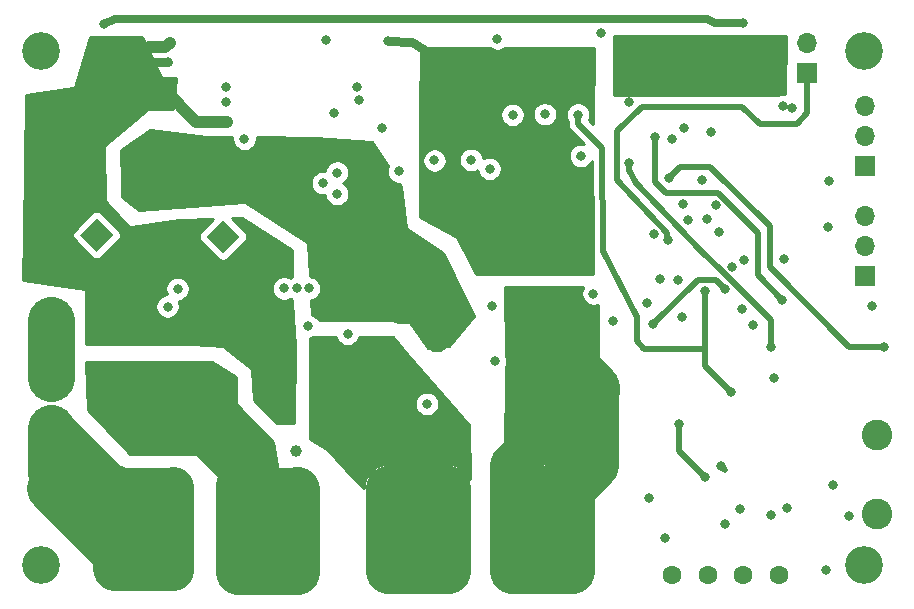
<source format=gbr>
G04 #@! TF.GenerationSoftware,KiCad,Pcbnew,5.1.5+dfsg1-2build2*
G04 #@! TF.CreationDate,2024-07-20T11:36:23-04:00*
G04 #@! TF.ProjectId,pypilot_controller,70797069-6c6f-4745-9f63-6f6e74726f6c,rev?*
G04 #@! TF.SameCoordinates,Original*
G04 #@! TF.FileFunction,Copper,L4,Bot*
G04 #@! TF.FilePolarity,Positive*
%FSLAX46Y46*%
G04 Gerber Fmt 4.6, Leading zero omitted, Abs format (unit mm)*
G04 Created by KiCad (PCBNEW 5.1.5+dfsg1-2build2) date 2024-07-20 11:36:23*
%MOMM*%
%LPD*%
G04 APERTURE LIST*
%ADD10C,3.540000*%
%ADD11O,1.700000X1.700000*%
%ADD12R,1.700000X1.700000*%
%ADD13C,1.600000*%
%ADD14C,2.100000*%
%ADD15C,0.100000*%
%ADD16C,2.000000*%
%ADD17C,2.800000*%
%ADD18C,3.200000*%
%ADD19C,2.600000*%
%ADD20C,0.800000*%
%ADD21C,1.000000*%
%ADD22C,1.000000*%
%ADD23C,0.800000*%
%ADD24C,4.000000*%
%ADD25C,0.500000*%
%ADD26C,2.800000*%
%ADD27C,3.800000*%
%ADD28C,0.600000*%
%ADD29C,0.700000*%
%ADD30C,3.000000*%
%ADD31C,3.500000*%
%ADD32C,0.254000*%
G04 APERTURE END LIST*
D10*
X6150000Y-36470000D03*
X6050000Y-41550000D03*
X6150000Y-32410000D03*
X6150000Y-27330000D03*
D11*
X75057000Y-18491200D03*
X75057000Y-21031200D03*
D12*
X75057000Y-23571200D03*
X75082400Y-14325600D03*
D11*
X75082400Y-11785600D03*
X75082400Y-9245600D03*
D12*
X70169800Y-6448800D03*
D11*
X70169800Y-3908800D03*
D13*
X67741800Y-48920400D03*
X64741800Y-48920400D03*
X61741800Y-48920400D03*
X58741800Y-48920400D03*
D14*
X23616600Y-29032200D03*
X38836600Y-29032200D03*
G04 #@! TA.AperFunction,ComponentPad*
D15*
G36*
X9982200Y-21556414D02*
G01*
X8567986Y-20142200D01*
X9982200Y-18727986D01*
X11396414Y-20142200D01*
X9982200Y-21556414D01*
G37*
G04 #@! TD.AperFunction*
D16*
X13517734Y-16606666D03*
X24211134Y-16733666D03*
G04 #@! TA.AperFunction,ComponentPad*
D15*
G36*
X20675600Y-21683414D02*
G01*
X19261386Y-20269200D01*
X20675600Y-18854986D01*
X22089814Y-20269200D01*
X20675600Y-21683414D01*
G37*
G04 #@! TD.AperFunction*
D17*
X11444600Y-41483400D03*
X16444600Y-41483400D03*
X11444600Y-48483400D03*
X16444600Y-48483400D03*
X21920200Y-41630600D03*
X26920200Y-41630600D03*
X21920200Y-48630600D03*
X26920200Y-48630600D03*
X50237400Y-48564800D03*
X45237400Y-48564800D03*
X50237400Y-41564800D03*
X45237400Y-41564800D03*
X34649400Y-41529000D03*
X39649400Y-41529000D03*
X34649400Y-48529000D03*
X39649400Y-48529000D03*
D18*
X75000000Y-48100000D03*
X75000000Y-4600000D03*
X5300000Y-48100000D03*
X5300000Y-4600000D03*
D19*
X76047600Y-37084000D03*
X76047600Y-43738800D03*
D20*
X62397400Y-17632000D03*
X26150000Y-33650000D03*
X23650000Y-32650000D03*
X26250000Y-29450000D03*
X26250000Y-28350000D03*
X26250000Y-30500000D03*
X25050000Y-33650000D03*
X65532000Y-27762200D03*
X71882000Y-19456400D03*
X72034400Y-15544800D03*
X54991000Y-4318000D03*
X55041800Y-8890000D03*
X62712341Y-19879014D03*
X16179800Y-3860800D03*
X21031200Y-10565536D03*
X34137600Y-11074400D03*
X29387800Y-3632200D03*
X45212000Y-9956800D03*
X16052800Y-5486400D03*
X60045600Y-18872200D03*
X62047400Y-11455400D03*
X40150000Y-17850000D03*
D21*
X26900000Y-38450000D03*
D20*
X48550000Y-20100000D03*
X48550000Y-18800000D03*
X48550000Y-17550000D03*
X27950000Y-24650000D03*
X37700000Y-17900000D03*
X48550000Y-21500000D03*
X26950000Y-24650000D03*
X25850000Y-24650000D03*
X29133800Y-15748000D03*
X30350000Y-16650000D03*
X30350000Y-14850000D03*
X48500000Y-22900000D03*
X16850000Y-24700000D03*
X16000000Y-26200000D03*
X38950000Y-17850000D03*
X34692388Y-3712412D03*
X61247400Y-15482000D03*
X57297400Y-11832000D03*
X68021200Y-25603200D03*
X55097400Y-14032000D03*
X43916600Y-3505200D03*
X67056000Y-29641800D03*
X67310000Y-32207200D03*
X59563000Y-27076400D03*
X76682600Y-29591000D03*
X58454899Y-15274501D03*
X52047400Y-25107000D03*
X58343800Y-20548600D03*
X59207400Y-23932000D03*
X68224400Y-22174200D03*
X63703200Y-33401000D03*
X61518800Y-24917400D03*
X50750000Y-9950000D03*
X37950000Y-34425000D03*
X35585400Y-14757400D03*
X22504400Y-11988800D03*
X31242000Y-28498800D03*
X43450000Y-26150000D03*
X38582600Y-13817600D03*
X47931200Y-9915000D03*
X57099200Y-27686000D03*
X63195200Y-24714200D03*
X59747400Y-11082000D03*
X20904200Y-7569200D03*
X63797400Y-22832000D03*
X20955000Y-8915400D03*
X28650000Y-36450000D03*
X28600000Y-31600000D03*
X28600000Y-32850000D03*
X28600000Y-34100000D03*
X28600000Y-35300000D03*
X30048200Y-9829800D03*
X48900000Y-26500000D03*
X52650000Y-36750000D03*
X53250000Y-35450000D03*
X52650000Y-34250000D03*
X53250000Y-33075000D03*
X52750000Y-31650000D03*
X48850000Y-25150000D03*
X45350000Y-26050000D03*
X45350000Y-27350000D03*
X43256200Y-14528800D03*
X64797400Y-22232000D03*
X32232600Y-8712200D03*
X58731088Y-12031160D03*
X32054800Y-7620000D03*
X50977800Y-13436600D03*
X57175400Y-20091400D03*
X57683400Y-23876000D03*
X53722400Y-27407000D03*
X27914600Y-27863800D03*
X43700000Y-30845000D03*
X41706800Y-13766800D03*
X10642600Y-2260600D03*
X64693800Y-2159000D03*
X61686508Y-18792892D03*
X64617600Y-26390600D03*
X56616600Y-25933400D03*
X68097400Y-9220200D03*
X59596300Y-17483100D03*
X68859400Y-9372600D03*
X75615800Y-26187400D03*
X52730400Y-3073400D03*
X13550000Y-36850000D03*
X12350000Y-35550000D03*
X14850000Y-31825000D03*
X11950000Y-36950000D03*
X10950000Y-35750000D03*
X14850000Y-33050000D03*
X13250000Y-38150000D03*
X14850000Y-38250000D03*
X73660000Y-43916600D03*
X67081400Y-43842700D03*
X61493400Y-40640000D03*
X59309000Y-36118800D03*
X63169800Y-44602400D03*
X62814200Y-39674800D03*
X58115200Y-45770800D03*
X68402200Y-43281600D03*
X72372400Y-41282800D03*
X64465200Y-43357800D03*
X56792100Y-42420300D03*
X71704200Y-48539400D03*
D22*
X15779801Y-4260799D02*
X14382801Y-4260799D01*
X16179800Y-3860800D02*
X15779801Y-4260799D01*
D23*
X14382801Y-4260799D02*
X13868400Y-4775200D01*
D22*
X21031200Y-10565536D02*
X18439536Y-10565536D01*
X18439536Y-10565536D02*
X15773400Y-7899400D01*
D23*
X16052800Y-5486400D02*
X13030200Y-5486400D01*
D24*
X6150000Y-27330000D02*
X6150000Y-32269990D01*
D25*
X38277800Y-4800600D02*
X40386000Y-4851400D01*
D23*
X36684200Y-3835400D02*
X38277800Y-4800600D01*
X34692388Y-3712412D02*
X36684200Y-3835400D01*
D25*
X57297400Y-11832000D02*
X57297400Y-15666800D01*
X57297400Y-15666800D02*
X58191400Y-16560800D01*
X62584202Y-16560800D02*
X65963800Y-19940398D01*
X58191400Y-16560800D02*
X62584202Y-16560800D01*
X65963800Y-23545800D02*
X68021200Y-25603200D01*
X65963800Y-19940398D02*
X65963800Y-23545800D01*
X67056000Y-27316998D02*
X67056000Y-29641800D01*
X61163200Y-21513800D02*
X62947399Y-23208397D01*
X55676800Y-15722600D02*
X61163200Y-21513800D01*
X62947399Y-23208397D02*
X67056000Y-27316998D01*
X55097400Y-14597685D02*
X55676800Y-15722600D01*
X55097400Y-14032000D02*
X55097400Y-14597685D01*
X61925200Y-14351000D02*
X59378400Y-14351000D01*
X59378400Y-14351000D02*
X58454899Y-15274501D01*
X66979800Y-19405600D02*
X61925200Y-14351000D01*
X66979800Y-22860000D02*
X66979800Y-19405600D01*
X73710800Y-29591000D02*
X66979800Y-22860000D01*
X76682600Y-29591000D02*
X73710800Y-29591000D01*
D26*
X31950000Y-20150000D02*
X31950000Y-21525000D01*
X37050000Y-26250000D02*
X35650000Y-26250000D01*
D25*
X70169800Y-9840200D02*
X70169800Y-6448800D01*
X66116200Y-10744200D02*
X69265800Y-10744200D01*
X64668400Y-9296400D02*
X66116200Y-10744200D01*
X69265800Y-10744200D02*
X70169800Y-9840200D01*
X54051200Y-11328400D02*
X56159400Y-9296400D01*
X54051200Y-15519400D02*
X54051200Y-11328400D01*
X58318400Y-19964400D02*
X54051200Y-15519400D01*
X56159400Y-9296400D02*
X64668400Y-9296400D01*
X58343800Y-20548600D02*
X58318400Y-19964400D01*
X63703200Y-33401000D02*
X61518800Y-31216600D01*
X61518800Y-31216600D02*
X61518800Y-29768800D01*
X61518800Y-29768800D02*
X61518800Y-24917400D01*
X50750000Y-10700000D02*
X50750000Y-9950000D01*
X52900000Y-21500000D02*
X52800000Y-12750000D01*
X55700000Y-27050000D02*
X52900000Y-21500000D01*
X52800000Y-12750000D02*
X50750000Y-10700000D01*
X55700000Y-29150000D02*
X55700000Y-27050000D01*
X56318800Y-29768800D02*
X55700000Y-29150000D01*
X61518800Y-29768800D02*
X56318800Y-29768800D01*
X60883800Y-23926800D02*
X57099200Y-27686000D01*
X62420500Y-23939500D02*
X60883800Y-23926800D01*
X63195200Y-24714200D02*
X62420500Y-23939500D01*
D27*
X34700000Y-48575000D02*
X34700000Y-41575000D01*
X34700000Y-41575000D02*
X39700000Y-41575000D01*
X39700000Y-41575000D02*
X39700000Y-48575000D01*
X39700000Y-46575000D02*
X34700000Y-41575000D01*
X39700000Y-48575000D02*
X39700000Y-46575000D01*
X34700000Y-41575000D02*
X34700000Y-44875000D01*
X39700000Y-48575000D02*
X38400000Y-48575000D01*
X34700000Y-44875000D02*
X38400000Y-48575000D01*
X38400000Y-48575000D02*
X34700000Y-48575000D01*
X45200000Y-46575000D02*
X50200000Y-41575000D01*
X45200000Y-48575000D02*
X45200000Y-46575000D01*
X50200000Y-41575000D02*
X50200000Y-48575000D01*
X50200000Y-48575000D02*
X45200000Y-48575000D01*
X50200000Y-46575000D02*
X45200000Y-41575000D01*
X50200000Y-48575000D02*
X50200000Y-46575000D01*
X45200000Y-41575000D02*
X45200000Y-48575000D01*
X45200000Y-41575000D02*
X50200000Y-41575000D01*
X45200000Y-39595102D02*
X47450000Y-37345102D01*
X45200000Y-41575000D02*
X45200000Y-39595102D01*
D24*
X47450000Y-37345102D02*
X47450000Y-29825000D01*
X50200000Y-39595102D02*
X49800000Y-39195102D01*
X50200000Y-41575000D02*
X50200000Y-39595102D01*
X50200000Y-41575000D02*
X52200000Y-39575000D01*
X52250000Y-33377000D02*
X52250000Y-32973002D01*
X52200000Y-39575000D02*
X52200000Y-33427000D01*
X52200000Y-33427000D02*
X52250000Y-33377000D01*
X49101998Y-29825000D02*
X47450000Y-29825000D01*
X52250000Y-32973002D02*
X49101998Y-29825000D01*
X49101998Y-29825000D02*
X49101998Y-35926998D01*
X52200000Y-39575000D02*
X52200000Y-39575000D01*
D25*
X50850800Y-13563600D02*
X50977800Y-13436600D01*
D28*
X64680200Y-2172600D02*
X64693800Y-2159000D01*
D29*
X11506200Y-1828800D02*
X10642600Y-2260600D01*
X61671200Y-1828800D02*
X11506200Y-1828800D01*
X62357000Y-2172600D02*
X61671200Y-1828800D01*
X64680200Y-2172600D02*
X62357000Y-2172600D01*
D30*
X6150000Y-41450000D02*
X6050000Y-41550000D01*
X6150000Y-36470000D02*
X6150000Y-41450000D01*
X6720000Y-36470000D02*
X11550000Y-41300000D01*
X6150000Y-36470000D02*
X6720000Y-36470000D01*
X11550000Y-48300000D02*
X11550000Y-41300000D01*
X6300000Y-41300000D02*
X6050000Y-41550000D01*
D27*
X11550000Y-48300000D02*
X11550000Y-46300000D01*
D31*
X11550000Y-41300000D02*
X11550000Y-43300000D01*
D24*
X11550000Y-47050000D02*
X6050000Y-41550000D01*
D27*
X11550000Y-48300000D02*
X11550000Y-47050000D01*
D24*
X6150000Y-36470000D02*
X6150000Y-40250000D01*
X6150000Y-40250000D02*
X7200000Y-41300000D01*
D30*
X11550000Y-41300000D02*
X7200000Y-41300000D01*
X7200000Y-41300000D02*
X6300000Y-41300000D01*
D26*
X16550000Y-41300000D02*
X16550000Y-42575000D01*
X16550000Y-42575000D02*
X13687500Y-45437500D01*
D24*
X11550000Y-43300000D02*
X13687500Y-45437500D01*
D30*
X11550000Y-41300000D02*
X13900000Y-41300000D01*
D26*
X13687500Y-41512500D02*
X13900000Y-41300000D01*
X13687500Y-45437500D02*
X13687500Y-41512500D01*
D30*
X13900000Y-41300000D02*
X16550000Y-41300000D01*
D31*
X13687500Y-45437500D02*
X16450000Y-48500000D01*
X16450000Y-48500000D02*
X11450000Y-48500000D01*
X16450000Y-41500000D02*
X16450000Y-48500000D01*
D24*
X22050000Y-48300000D02*
X22050000Y-41300000D01*
X22050000Y-41300000D02*
X22050000Y-43300000D01*
X22050000Y-48300000D02*
X22050000Y-46300000D01*
D27*
X22150000Y-43125000D02*
X26925000Y-48675000D01*
X26925000Y-41675000D02*
X26925000Y-48675000D01*
D31*
X21925000Y-48675000D02*
X26675000Y-41800000D01*
X21975000Y-41325000D02*
X26925000Y-41675000D01*
D27*
X26925000Y-48675000D02*
X21925000Y-48675000D01*
D25*
X67155300Y-43916600D02*
X67081400Y-43842700D01*
X59309000Y-38455600D02*
X59309000Y-36118800D01*
X61493400Y-40640000D02*
X59309000Y-38455600D01*
X63169800Y-40030400D02*
X62814200Y-39674800D01*
D32*
G36*
X36252160Y-30205971D02*
G01*
X36254301Y-30208491D01*
X41523422Y-36248097D01*
X41564216Y-40837463D01*
X41520195Y-40703460D01*
X41375170Y-40432135D01*
X41069847Y-40288158D01*
X39829005Y-41529000D01*
X39843148Y-41543143D01*
X39710164Y-41676126D01*
X39587286Y-41674776D01*
X39455653Y-41543143D01*
X39469795Y-41529000D01*
X38228953Y-40288158D01*
X37923630Y-40432135D01*
X37742803Y-40789892D01*
X37635245Y-41176053D01*
X37605090Y-41575777D01*
X37614496Y-41653097D01*
X36681593Y-41642845D01*
X36693710Y-41482223D01*
X36645304Y-41084296D01*
X36520195Y-40703460D01*
X36375170Y-40432135D01*
X36069847Y-40288158D01*
X34829005Y-41529000D01*
X34843148Y-41543143D01*
X34764512Y-41621778D01*
X34531730Y-41619220D01*
X34455653Y-41543143D01*
X34469795Y-41529000D01*
X33228953Y-40288158D01*
X32923630Y-40432135D01*
X32742803Y-40789892D01*
X32635245Y-41176053D01*
X32607131Y-41548723D01*
X31229578Y-40108553D01*
X33408558Y-40108553D01*
X34649400Y-41349395D01*
X35890242Y-40108553D01*
X38408558Y-40108553D01*
X39649400Y-41349395D01*
X40890242Y-40108553D01*
X40746265Y-39803230D01*
X40388508Y-39622403D01*
X40002347Y-39514845D01*
X39602623Y-39484690D01*
X39204696Y-39533096D01*
X38823860Y-39658205D01*
X38552535Y-39803230D01*
X38408558Y-40108553D01*
X35890242Y-40108553D01*
X35746265Y-39803230D01*
X35388508Y-39622403D01*
X35002347Y-39514845D01*
X34602623Y-39484690D01*
X34204696Y-39533096D01*
X33823860Y-39658205D01*
X33552535Y-39803230D01*
X33408558Y-40108553D01*
X31229578Y-40108553D01*
X29391776Y-38187215D01*
X29366224Y-38166633D01*
X28076919Y-37378724D01*
X28073437Y-34323061D01*
X36915000Y-34323061D01*
X36915000Y-34526939D01*
X36954774Y-34726898D01*
X37032795Y-34915256D01*
X37146063Y-35084774D01*
X37290226Y-35228937D01*
X37459744Y-35342205D01*
X37648102Y-35420226D01*
X37848061Y-35460000D01*
X38051939Y-35460000D01*
X38251898Y-35420226D01*
X38440256Y-35342205D01*
X38609774Y-35228937D01*
X38753937Y-35084774D01*
X38867205Y-34915256D01*
X38945226Y-34726898D01*
X38985000Y-34526939D01*
X38985000Y-34323061D01*
X38945226Y-34123102D01*
X38867205Y-33934744D01*
X38753937Y-33765226D01*
X38609774Y-33621063D01*
X38440256Y-33507795D01*
X38251898Y-33429774D01*
X38051939Y-33390000D01*
X37848061Y-33390000D01*
X37648102Y-33429774D01*
X37459744Y-33507795D01*
X37290226Y-33621063D01*
X37146063Y-33765226D01*
X37032795Y-33934744D01*
X36954774Y-34123102D01*
X36915000Y-34323061D01*
X28073437Y-34323061D01*
X28067242Y-28888715D01*
X28216498Y-28859026D01*
X28350527Y-28803509D01*
X30247764Y-28803088D01*
X30324795Y-28989056D01*
X30438063Y-29158574D01*
X30582226Y-29302737D01*
X30751744Y-29416005D01*
X30940102Y-29494026D01*
X31140061Y-29533800D01*
X31343939Y-29533800D01*
X31543898Y-29494026D01*
X31732256Y-29416005D01*
X31901774Y-29302737D01*
X32045937Y-29158574D01*
X32159205Y-28989056D01*
X32236419Y-28802646D01*
X35090264Y-28802013D01*
X36252160Y-30205971D01*
G37*
X36252160Y-30205971D02*
X36254301Y-30208491D01*
X41523422Y-36248097D01*
X41564216Y-40837463D01*
X41520195Y-40703460D01*
X41375170Y-40432135D01*
X41069847Y-40288158D01*
X39829005Y-41529000D01*
X39843148Y-41543143D01*
X39710164Y-41676126D01*
X39587286Y-41674776D01*
X39455653Y-41543143D01*
X39469795Y-41529000D01*
X38228953Y-40288158D01*
X37923630Y-40432135D01*
X37742803Y-40789892D01*
X37635245Y-41176053D01*
X37605090Y-41575777D01*
X37614496Y-41653097D01*
X36681593Y-41642845D01*
X36693710Y-41482223D01*
X36645304Y-41084296D01*
X36520195Y-40703460D01*
X36375170Y-40432135D01*
X36069847Y-40288158D01*
X34829005Y-41529000D01*
X34843148Y-41543143D01*
X34764512Y-41621778D01*
X34531730Y-41619220D01*
X34455653Y-41543143D01*
X34469795Y-41529000D01*
X33228953Y-40288158D01*
X32923630Y-40432135D01*
X32742803Y-40789892D01*
X32635245Y-41176053D01*
X32607131Y-41548723D01*
X31229578Y-40108553D01*
X33408558Y-40108553D01*
X34649400Y-41349395D01*
X35890242Y-40108553D01*
X38408558Y-40108553D01*
X39649400Y-41349395D01*
X40890242Y-40108553D01*
X40746265Y-39803230D01*
X40388508Y-39622403D01*
X40002347Y-39514845D01*
X39602623Y-39484690D01*
X39204696Y-39533096D01*
X38823860Y-39658205D01*
X38552535Y-39803230D01*
X38408558Y-40108553D01*
X35890242Y-40108553D01*
X35746265Y-39803230D01*
X35388508Y-39622403D01*
X35002347Y-39514845D01*
X34602623Y-39484690D01*
X34204696Y-39533096D01*
X33823860Y-39658205D01*
X33552535Y-39803230D01*
X33408558Y-40108553D01*
X31229578Y-40108553D01*
X29391776Y-38187215D01*
X29366224Y-38166633D01*
X28076919Y-37378724D01*
X28073437Y-34323061D01*
X36915000Y-34323061D01*
X36915000Y-34526939D01*
X36954774Y-34726898D01*
X37032795Y-34915256D01*
X37146063Y-35084774D01*
X37290226Y-35228937D01*
X37459744Y-35342205D01*
X37648102Y-35420226D01*
X37848061Y-35460000D01*
X38051939Y-35460000D01*
X38251898Y-35420226D01*
X38440256Y-35342205D01*
X38609774Y-35228937D01*
X38753937Y-35084774D01*
X38867205Y-34915256D01*
X38945226Y-34726898D01*
X38985000Y-34526939D01*
X38985000Y-34323061D01*
X38945226Y-34123102D01*
X38867205Y-33934744D01*
X38753937Y-33765226D01*
X38609774Y-33621063D01*
X38440256Y-33507795D01*
X38251898Y-33429774D01*
X38051939Y-33390000D01*
X37848061Y-33390000D01*
X37648102Y-33429774D01*
X37459744Y-33507795D01*
X37290226Y-33621063D01*
X37146063Y-33765226D01*
X37032795Y-33934744D01*
X36954774Y-34123102D01*
X36915000Y-34323061D01*
X28073437Y-34323061D01*
X28067242Y-28888715D01*
X28216498Y-28859026D01*
X28350527Y-28803509D01*
X30247764Y-28803088D01*
X30324795Y-28989056D01*
X30438063Y-29158574D01*
X30582226Y-29302737D01*
X30751744Y-29416005D01*
X30940102Y-29494026D01*
X31140061Y-29533800D01*
X31343939Y-29533800D01*
X31543898Y-29494026D01*
X31732256Y-29416005D01*
X31901774Y-29302737D01*
X32045937Y-29158574D01*
X32159205Y-28989056D01*
X32236419Y-28802646D01*
X35090264Y-28802013D01*
X36252160Y-30205971D01*
G36*
X15403697Y-6757962D02*
G01*
X15416135Y-6779528D01*
X15432542Y-6798254D01*
X15452287Y-6813419D01*
X15474611Y-6824440D01*
X15498656Y-6830894D01*
X15517004Y-6832577D01*
X16726987Y-6855407D01*
X16495318Y-9450094D01*
X14448578Y-9473008D01*
X14423831Y-9475725D01*
X14400089Y-9483219D01*
X14370015Y-9501352D01*
X10670015Y-12501352D01*
X10652307Y-12518852D01*
X10638353Y-12539470D01*
X10628689Y-12562414D01*
X10623688Y-12586803D01*
X10623029Y-12602731D01*
X10723029Y-17252731D01*
X10726002Y-17277449D01*
X10733739Y-17301112D01*
X10745945Y-17322811D01*
X10758034Y-17337586D01*
X12758034Y-19437586D01*
X12776889Y-19453845D01*
X12798553Y-19466113D01*
X12822194Y-19473919D01*
X12846903Y-19476962D01*
X12868389Y-19475662D01*
X16961582Y-18876658D01*
X19858865Y-18769351D01*
X18810201Y-19818015D01*
X18730849Y-19914706D01*
X18671884Y-20025020D01*
X18635574Y-20144718D01*
X18623314Y-20269200D01*
X18635574Y-20393682D01*
X18671884Y-20513380D01*
X18730849Y-20623694D01*
X18810201Y-20720385D01*
X20224415Y-22134599D01*
X20321106Y-22213951D01*
X20431420Y-22272916D01*
X20551118Y-22309226D01*
X20675600Y-22321486D01*
X20800082Y-22309226D01*
X20919780Y-22272916D01*
X21030094Y-22213951D01*
X21126785Y-22134599D01*
X22540999Y-20720385D01*
X22620351Y-20623694D01*
X22679316Y-20513380D01*
X22715626Y-20393682D01*
X22727886Y-20269200D01*
X22715626Y-20144718D01*
X22679316Y-20025020D01*
X22620351Y-19914706D01*
X22540999Y-19818015D01*
X21433997Y-18711013D01*
X22314840Y-18678389D01*
X26499180Y-21370070D01*
X26539007Y-23699963D01*
X26459744Y-23732795D01*
X26400000Y-23772715D01*
X26340256Y-23732795D01*
X26151898Y-23654774D01*
X25951939Y-23615000D01*
X25748061Y-23615000D01*
X25548102Y-23654774D01*
X25359744Y-23732795D01*
X25190226Y-23846063D01*
X25046063Y-23990226D01*
X24932795Y-24159744D01*
X24854774Y-24348102D01*
X24815000Y-24548061D01*
X24815000Y-24751939D01*
X24854774Y-24951898D01*
X24932795Y-25140256D01*
X25046063Y-25309774D01*
X25190226Y-25453937D01*
X25359744Y-25567205D01*
X25548102Y-25645226D01*
X25748061Y-25685000D01*
X25951939Y-25685000D01*
X26151898Y-25645226D01*
X26340256Y-25567205D01*
X26400000Y-25527285D01*
X26459744Y-25567205D01*
X26571719Y-25613587D01*
X26598019Y-27152171D01*
X26598271Y-27158299D01*
X26746186Y-29417147D01*
X26723434Y-36073000D01*
X25252606Y-36073000D01*
X23324059Y-34144453D01*
X23176797Y-31542823D01*
X23172960Y-31518224D01*
X23164399Y-31494846D01*
X23151440Y-31473588D01*
X23128187Y-31449921D01*
X20728187Y-29574921D01*
X20707160Y-29561590D01*
X20683937Y-29552618D01*
X20660822Y-29548462D01*
X18063120Y-29326291D01*
X18051987Y-29325829D01*
X9127000Y-29347688D01*
X9127000Y-26098061D01*
X14965000Y-26098061D01*
X14965000Y-26301939D01*
X15004774Y-26501898D01*
X15082795Y-26690256D01*
X15196063Y-26859774D01*
X15340226Y-27003937D01*
X15509744Y-27117205D01*
X15698102Y-27195226D01*
X15898061Y-27235000D01*
X16101939Y-27235000D01*
X16301898Y-27195226D01*
X16490256Y-27117205D01*
X16659774Y-27003937D01*
X16803937Y-26859774D01*
X16917205Y-26690256D01*
X16995226Y-26501898D01*
X17035000Y-26301939D01*
X17035000Y-26098061D01*
X16995226Y-25898102D01*
X16927666Y-25735000D01*
X16951939Y-25735000D01*
X17151898Y-25695226D01*
X17340256Y-25617205D01*
X17509774Y-25503937D01*
X17653937Y-25359774D01*
X17767205Y-25190256D01*
X17845226Y-25001898D01*
X17885000Y-24801939D01*
X17885000Y-24598061D01*
X17845226Y-24398102D01*
X17767205Y-24209744D01*
X17653937Y-24040226D01*
X17509774Y-23896063D01*
X17340256Y-23782795D01*
X17151898Y-23704774D01*
X16951939Y-23665000D01*
X16748061Y-23665000D01*
X16548102Y-23704774D01*
X16359744Y-23782795D01*
X16190226Y-23896063D01*
X16046063Y-24040226D01*
X15932795Y-24209744D01*
X15854774Y-24398102D01*
X15815000Y-24598061D01*
X15815000Y-24801939D01*
X15854774Y-25001898D01*
X15922334Y-25165000D01*
X15898061Y-25165000D01*
X15698102Y-25204774D01*
X15509744Y-25282795D01*
X15340226Y-25396063D01*
X15196063Y-25540226D01*
X15082795Y-25709744D01*
X15004774Y-25898102D01*
X14965000Y-26098061D01*
X9127000Y-26098061D01*
X9127000Y-24850000D01*
X9124560Y-24825224D01*
X9117333Y-24801399D01*
X9105597Y-24779443D01*
X9089803Y-24760197D01*
X9070557Y-24744403D01*
X9048601Y-24732667D01*
X9017631Y-24724230D01*
X3778392Y-23989757D01*
X3826637Y-20142200D01*
X7929914Y-20142200D01*
X7942174Y-20266682D01*
X7978484Y-20386380D01*
X8037449Y-20496694D01*
X8116801Y-20593385D01*
X9531015Y-22007599D01*
X9627706Y-22086951D01*
X9738020Y-22145916D01*
X9857718Y-22182226D01*
X9982200Y-22194486D01*
X10106682Y-22182226D01*
X10226380Y-22145916D01*
X10336694Y-22086951D01*
X10433385Y-22007599D01*
X11847599Y-20593385D01*
X11926951Y-20496694D01*
X11985916Y-20386380D01*
X12022226Y-20266682D01*
X12034486Y-20142200D01*
X12022226Y-20017718D01*
X11985916Y-19898020D01*
X11926951Y-19787706D01*
X11847599Y-19691015D01*
X10433385Y-18276801D01*
X10336694Y-18197449D01*
X10226380Y-18138484D01*
X10106682Y-18102174D01*
X9982200Y-18089914D01*
X9857718Y-18102174D01*
X9738020Y-18138484D01*
X9627706Y-18197449D01*
X9531015Y-18276801D01*
X8116801Y-19691015D01*
X8037449Y-19787706D01*
X7978484Y-19898020D01*
X7942174Y-20017718D01*
X7929914Y-20142200D01*
X3826637Y-20142200D01*
X3975629Y-8260157D01*
X8018172Y-7675693D01*
X8042345Y-7669733D01*
X8064890Y-7659171D01*
X8084941Y-7644414D01*
X8101728Y-7626029D01*
X8114606Y-7604721D01*
X8120982Y-7588630D01*
X9465530Y-3377686D01*
X13862881Y-3353256D01*
X15403697Y-6757962D01*
G37*
X15403697Y-6757962D02*
X15416135Y-6779528D01*
X15432542Y-6798254D01*
X15452287Y-6813419D01*
X15474611Y-6824440D01*
X15498656Y-6830894D01*
X15517004Y-6832577D01*
X16726987Y-6855407D01*
X16495318Y-9450094D01*
X14448578Y-9473008D01*
X14423831Y-9475725D01*
X14400089Y-9483219D01*
X14370015Y-9501352D01*
X10670015Y-12501352D01*
X10652307Y-12518852D01*
X10638353Y-12539470D01*
X10628689Y-12562414D01*
X10623688Y-12586803D01*
X10623029Y-12602731D01*
X10723029Y-17252731D01*
X10726002Y-17277449D01*
X10733739Y-17301112D01*
X10745945Y-17322811D01*
X10758034Y-17337586D01*
X12758034Y-19437586D01*
X12776889Y-19453845D01*
X12798553Y-19466113D01*
X12822194Y-19473919D01*
X12846903Y-19476962D01*
X12868389Y-19475662D01*
X16961582Y-18876658D01*
X19858865Y-18769351D01*
X18810201Y-19818015D01*
X18730849Y-19914706D01*
X18671884Y-20025020D01*
X18635574Y-20144718D01*
X18623314Y-20269200D01*
X18635574Y-20393682D01*
X18671884Y-20513380D01*
X18730849Y-20623694D01*
X18810201Y-20720385D01*
X20224415Y-22134599D01*
X20321106Y-22213951D01*
X20431420Y-22272916D01*
X20551118Y-22309226D01*
X20675600Y-22321486D01*
X20800082Y-22309226D01*
X20919780Y-22272916D01*
X21030094Y-22213951D01*
X21126785Y-22134599D01*
X22540999Y-20720385D01*
X22620351Y-20623694D01*
X22679316Y-20513380D01*
X22715626Y-20393682D01*
X22727886Y-20269200D01*
X22715626Y-20144718D01*
X22679316Y-20025020D01*
X22620351Y-19914706D01*
X22540999Y-19818015D01*
X21433997Y-18711013D01*
X22314840Y-18678389D01*
X26499180Y-21370070D01*
X26539007Y-23699963D01*
X26459744Y-23732795D01*
X26400000Y-23772715D01*
X26340256Y-23732795D01*
X26151898Y-23654774D01*
X25951939Y-23615000D01*
X25748061Y-23615000D01*
X25548102Y-23654774D01*
X25359744Y-23732795D01*
X25190226Y-23846063D01*
X25046063Y-23990226D01*
X24932795Y-24159744D01*
X24854774Y-24348102D01*
X24815000Y-24548061D01*
X24815000Y-24751939D01*
X24854774Y-24951898D01*
X24932795Y-25140256D01*
X25046063Y-25309774D01*
X25190226Y-25453937D01*
X25359744Y-25567205D01*
X25548102Y-25645226D01*
X25748061Y-25685000D01*
X25951939Y-25685000D01*
X26151898Y-25645226D01*
X26340256Y-25567205D01*
X26400000Y-25527285D01*
X26459744Y-25567205D01*
X26571719Y-25613587D01*
X26598019Y-27152171D01*
X26598271Y-27158299D01*
X26746186Y-29417147D01*
X26723434Y-36073000D01*
X25252606Y-36073000D01*
X23324059Y-34144453D01*
X23176797Y-31542823D01*
X23172960Y-31518224D01*
X23164399Y-31494846D01*
X23151440Y-31473588D01*
X23128187Y-31449921D01*
X20728187Y-29574921D01*
X20707160Y-29561590D01*
X20683937Y-29552618D01*
X20660822Y-29548462D01*
X18063120Y-29326291D01*
X18051987Y-29325829D01*
X9127000Y-29347688D01*
X9127000Y-26098061D01*
X14965000Y-26098061D01*
X14965000Y-26301939D01*
X15004774Y-26501898D01*
X15082795Y-26690256D01*
X15196063Y-26859774D01*
X15340226Y-27003937D01*
X15509744Y-27117205D01*
X15698102Y-27195226D01*
X15898061Y-27235000D01*
X16101939Y-27235000D01*
X16301898Y-27195226D01*
X16490256Y-27117205D01*
X16659774Y-27003937D01*
X16803937Y-26859774D01*
X16917205Y-26690256D01*
X16995226Y-26501898D01*
X17035000Y-26301939D01*
X17035000Y-26098061D01*
X16995226Y-25898102D01*
X16927666Y-25735000D01*
X16951939Y-25735000D01*
X17151898Y-25695226D01*
X17340256Y-25617205D01*
X17509774Y-25503937D01*
X17653937Y-25359774D01*
X17767205Y-25190256D01*
X17845226Y-25001898D01*
X17885000Y-24801939D01*
X17885000Y-24598061D01*
X17845226Y-24398102D01*
X17767205Y-24209744D01*
X17653937Y-24040226D01*
X17509774Y-23896063D01*
X17340256Y-23782795D01*
X17151898Y-23704774D01*
X16951939Y-23665000D01*
X16748061Y-23665000D01*
X16548102Y-23704774D01*
X16359744Y-23782795D01*
X16190226Y-23896063D01*
X16046063Y-24040226D01*
X15932795Y-24209744D01*
X15854774Y-24398102D01*
X15815000Y-24598061D01*
X15815000Y-24801939D01*
X15854774Y-25001898D01*
X15922334Y-25165000D01*
X15898061Y-25165000D01*
X15698102Y-25204774D01*
X15509744Y-25282795D01*
X15340226Y-25396063D01*
X15196063Y-25540226D01*
X15082795Y-25709744D01*
X15004774Y-25898102D01*
X14965000Y-26098061D01*
X9127000Y-26098061D01*
X9127000Y-24850000D01*
X9124560Y-24825224D01*
X9117333Y-24801399D01*
X9105597Y-24779443D01*
X9089803Y-24760197D01*
X9070557Y-24744403D01*
X9048601Y-24732667D01*
X9017631Y-24724230D01*
X3778392Y-23989757D01*
X3826637Y-20142200D01*
X7929914Y-20142200D01*
X7942174Y-20266682D01*
X7978484Y-20386380D01*
X8037449Y-20496694D01*
X8116801Y-20593385D01*
X9531015Y-22007599D01*
X9627706Y-22086951D01*
X9738020Y-22145916D01*
X9857718Y-22182226D01*
X9982200Y-22194486D01*
X10106682Y-22182226D01*
X10226380Y-22145916D01*
X10336694Y-22086951D01*
X10433385Y-22007599D01*
X11847599Y-20593385D01*
X11926951Y-20496694D01*
X11985916Y-20386380D01*
X12022226Y-20266682D01*
X12034486Y-20142200D01*
X12022226Y-20017718D01*
X11985916Y-19898020D01*
X11926951Y-19787706D01*
X11847599Y-19691015D01*
X10433385Y-18276801D01*
X10336694Y-18197449D01*
X10226380Y-18138484D01*
X10106682Y-18102174D01*
X9982200Y-18089914D01*
X9857718Y-18102174D01*
X9738020Y-18138484D01*
X9627706Y-18197449D01*
X9531015Y-18276801D01*
X8116801Y-19691015D01*
X8037449Y-19787706D01*
X7978484Y-19898020D01*
X7942174Y-20017718D01*
X7929914Y-20142200D01*
X3826637Y-20142200D01*
X3975629Y-8260157D01*
X8018172Y-7675693D01*
X8042345Y-7669733D01*
X8064890Y-7659171D01*
X8084941Y-7644414D01*
X8101728Y-7626029D01*
X8114606Y-7604721D01*
X8120982Y-7588630D01*
X9465530Y-3377686D01*
X13862881Y-3353256D01*
X15403697Y-6757962D01*
G36*
X51130195Y-24616744D02*
G01*
X51052174Y-24805102D01*
X51012400Y-25005061D01*
X51012400Y-25208939D01*
X51052174Y-25408898D01*
X51130195Y-25597256D01*
X51243463Y-25766774D01*
X51387626Y-25910937D01*
X51557144Y-26024205D01*
X51745502Y-26102226D01*
X51945461Y-26142000D01*
X52149339Y-26142000D01*
X52349298Y-26102226D01*
X52416912Y-26074219D01*
X52398204Y-31218668D01*
X44604220Y-38310709D01*
X44651996Y-32075973D01*
X44651983Y-32072932D01*
X44639108Y-31282379D01*
X44695226Y-31146898D01*
X44735000Y-30946939D01*
X44735000Y-30743061D01*
X44695226Y-30543102D01*
X44624278Y-30371819D01*
X44529085Y-24527000D01*
X51190160Y-24527000D01*
X51130195Y-24616744D01*
G37*
X51130195Y-24616744D02*
X51052174Y-24805102D01*
X51012400Y-25005061D01*
X51012400Y-25208939D01*
X51052174Y-25408898D01*
X51130195Y-25597256D01*
X51243463Y-25766774D01*
X51387626Y-25910937D01*
X51557144Y-26024205D01*
X51745502Y-26102226D01*
X51945461Y-26142000D01*
X52149339Y-26142000D01*
X52349298Y-26102226D01*
X52416912Y-26074219D01*
X52398204Y-31218668D01*
X44604220Y-38310709D01*
X44651996Y-32075973D01*
X44651983Y-32072932D01*
X44639108Y-31282379D01*
X44695226Y-31146898D01*
X44735000Y-30946939D01*
X44735000Y-30743061D01*
X44695226Y-30543102D01*
X44624278Y-30371819D01*
X44529085Y-24527000D01*
X51190160Y-24527000D01*
X51130195Y-24616744D01*
G36*
X21823000Y-32122471D02*
G01*
X21823000Y-34450000D01*
X21825440Y-34474776D01*
X21832667Y-34498601D01*
X21844403Y-34520557D01*
X21858761Y-34538343D01*
X24882433Y-37661151D01*
X25349486Y-40089832D01*
X23005613Y-40365582D01*
X23161042Y-40210153D01*
X23017065Y-39904830D01*
X22659308Y-39724003D01*
X22273147Y-39616445D01*
X21873423Y-39586290D01*
X21475496Y-39634696D01*
X21094660Y-39759805D01*
X20823335Y-39904830D01*
X20679358Y-40210153D01*
X21063295Y-40594090D01*
X20741896Y-40631901D01*
X20499753Y-40389758D01*
X20275236Y-40495630D01*
X18489803Y-38710197D01*
X18470557Y-38694403D01*
X18448601Y-38682667D01*
X18424776Y-38675440D01*
X18400000Y-38673000D01*
X12853358Y-38673000D01*
X9250184Y-34996291D01*
X9106540Y-30926391D01*
X19715554Y-30877162D01*
X21823000Y-32122471D01*
G37*
X21823000Y-32122471D02*
X21823000Y-34450000D01*
X21825440Y-34474776D01*
X21832667Y-34498601D01*
X21844403Y-34520557D01*
X21858761Y-34538343D01*
X24882433Y-37661151D01*
X25349486Y-40089832D01*
X23005613Y-40365582D01*
X23161042Y-40210153D01*
X23017065Y-39904830D01*
X22659308Y-39724003D01*
X22273147Y-39616445D01*
X21873423Y-39586290D01*
X21475496Y-39634696D01*
X21094660Y-39759805D01*
X20823335Y-39904830D01*
X20679358Y-40210153D01*
X21063295Y-40594090D01*
X20741896Y-40631901D01*
X20499753Y-40389758D01*
X20275236Y-40495630D01*
X18489803Y-38710197D01*
X18470557Y-38694403D01*
X18448601Y-38682667D01*
X18424776Y-38675440D01*
X18400000Y-38673000D01*
X12853358Y-38673000D01*
X9250184Y-34996291D01*
X9106540Y-30926391D01*
X19715554Y-30877162D01*
X21823000Y-32122471D01*
G36*
X19213031Y-11835538D02*
G01*
X19227102Y-11836398D01*
X21476979Y-11848760D01*
X21469400Y-11886861D01*
X21469400Y-12090739D01*
X21509174Y-12290698D01*
X21587195Y-12479056D01*
X21700463Y-12648574D01*
X21844626Y-12792737D01*
X22014144Y-12906005D01*
X22202502Y-12984026D01*
X22402461Y-13023800D01*
X22606339Y-13023800D01*
X22806298Y-12984026D01*
X22994656Y-12906005D01*
X23164174Y-12792737D01*
X23308337Y-12648574D01*
X23421605Y-12479056D01*
X23499626Y-12290698D01*
X23539400Y-12090739D01*
X23539400Y-11886861D01*
X23534070Y-11860063D01*
X28468453Y-11887175D01*
X33303071Y-12237872D01*
X34644065Y-14325399D01*
X34590174Y-14455502D01*
X34550400Y-14655461D01*
X34550400Y-14859339D01*
X34590174Y-15059298D01*
X34668195Y-15247656D01*
X34781463Y-15417174D01*
X34925626Y-15561337D01*
X35095144Y-15674605D01*
X35283502Y-15752626D01*
X35483461Y-15792400D01*
X35586443Y-15792400D01*
X35717555Y-15996503D01*
X36224259Y-19567840D01*
X36230156Y-19592028D01*
X36240658Y-19614601D01*
X36255362Y-19634691D01*
X36279155Y-19655404D01*
X39301169Y-21686594D01*
X41949335Y-27031965D01*
X39840971Y-29544033D01*
X38034636Y-29662871D01*
X36399407Y-27408237D01*
X36382885Y-27389613D01*
X36363047Y-27374570D01*
X36340656Y-27363686D01*
X36316571Y-27357380D01*
X36296722Y-27355800D01*
X28815148Y-27348615D01*
X28718537Y-27204026D01*
X28574374Y-27059863D01*
X28404856Y-26946595D01*
X28262393Y-26887584D01*
X28178991Y-25659728D01*
X28251898Y-25645226D01*
X28440256Y-25567205D01*
X28609774Y-25453937D01*
X28753937Y-25309774D01*
X28867205Y-25140256D01*
X28945226Y-24951898D01*
X28985000Y-24751939D01*
X28985000Y-24548061D01*
X28945226Y-24348102D01*
X28867205Y-24159744D01*
X28753937Y-23990226D01*
X28609774Y-23846063D01*
X28440256Y-23732795D01*
X28251898Y-23654774D01*
X28051939Y-23615000D01*
X28040104Y-23615000D01*
X27851708Y-20841393D01*
X27847594Y-20816839D01*
X27838769Y-20793559D01*
X27825572Y-20772449D01*
X27808510Y-20754318D01*
X27793804Y-20743253D01*
X22518804Y-17343253D01*
X22496657Y-17331881D01*
X22472716Y-17325048D01*
X22439972Y-17323397D01*
X13595722Y-18023939D01*
X12175502Y-16887763D01*
X12144843Y-15646061D01*
X28098800Y-15646061D01*
X28098800Y-15849939D01*
X28138574Y-16049898D01*
X28216595Y-16238256D01*
X28329863Y-16407774D01*
X28474026Y-16551937D01*
X28643544Y-16665205D01*
X28831902Y-16743226D01*
X29031861Y-16783000D01*
X29235739Y-16783000D01*
X29317927Y-16766652D01*
X29354774Y-16951898D01*
X29432795Y-17140256D01*
X29546063Y-17309774D01*
X29690226Y-17453937D01*
X29859744Y-17567205D01*
X30048102Y-17645226D01*
X30248061Y-17685000D01*
X30451939Y-17685000D01*
X30651898Y-17645226D01*
X30840256Y-17567205D01*
X31009774Y-17453937D01*
X31153937Y-17309774D01*
X31267205Y-17140256D01*
X31345226Y-16951898D01*
X31385000Y-16751939D01*
X31385000Y-16548061D01*
X31345226Y-16348102D01*
X31267205Y-16159744D01*
X31153937Y-15990226D01*
X31009774Y-15846063D01*
X30866005Y-15750000D01*
X31009774Y-15653937D01*
X31153937Y-15509774D01*
X31267205Y-15340256D01*
X31345226Y-15151898D01*
X31385000Y-14951939D01*
X31385000Y-14748061D01*
X31345226Y-14548102D01*
X31267205Y-14359744D01*
X31153937Y-14190226D01*
X31009774Y-14046063D01*
X30840256Y-13932795D01*
X30651898Y-13854774D01*
X30451939Y-13815000D01*
X30248061Y-13815000D01*
X30048102Y-13854774D01*
X29859744Y-13932795D01*
X29690226Y-14046063D01*
X29546063Y-14190226D01*
X29432795Y-14359744D01*
X29354774Y-14548102D01*
X29318692Y-14729500D01*
X29235739Y-14713000D01*
X29031861Y-14713000D01*
X28831902Y-14752774D01*
X28643544Y-14830795D01*
X28474026Y-14944063D01*
X28329863Y-15088226D01*
X28216595Y-15257744D01*
X28138574Y-15446102D01*
X28098800Y-15646061D01*
X12144843Y-15646061D01*
X12078643Y-12964973D01*
X14483235Y-11281758D01*
X19213031Y-11835538D01*
G37*
X19213031Y-11835538D02*
X19227102Y-11836398D01*
X21476979Y-11848760D01*
X21469400Y-11886861D01*
X21469400Y-12090739D01*
X21509174Y-12290698D01*
X21587195Y-12479056D01*
X21700463Y-12648574D01*
X21844626Y-12792737D01*
X22014144Y-12906005D01*
X22202502Y-12984026D01*
X22402461Y-13023800D01*
X22606339Y-13023800D01*
X22806298Y-12984026D01*
X22994656Y-12906005D01*
X23164174Y-12792737D01*
X23308337Y-12648574D01*
X23421605Y-12479056D01*
X23499626Y-12290698D01*
X23539400Y-12090739D01*
X23539400Y-11886861D01*
X23534070Y-11860063D01*
X28468453Y-11887175D01*
X33303071Y-12237872D01*
X34644065Y-14325399D01*
X34590174Y-14455502D01*
X34550400Y-14655461D01*
X34550400Y-14859339D01*
X34590174Y-15059298D01*
X34668195Y-15247656D01*
X34781463Y-15417174D01*
X34925626Y-15561337D01*
X35095144Y-15674605D01*
X35283502Y-15752626D01*
X35483461Y-15792400D01*
X35586443Y-15792400D01*
X35717555Y-15996503D01*
X36224259Y-19567840D01*
X36230156Y-19592028D01*
X36240658Y-19614601D01*
X36255362Y-19634691D01*
X36279155Y-19655404D01*
X39301169Y-21686594D01*
X41949335Y-27031965D01*
X39840971Y-29544033D01*
X38034636Y-29662871D01*
X36399407Y-27408237D01*
X36382885Y-27389613D01*
X36363047Y-27374570D01*
X36340656Y-27363686D01*
X36316571Y-27357380D01*
X36296722Y-27355800D01*
X28815148Y-27348615D01*
X28718537Y-27204026D01*
X28574374Y-27059863D01*
X28404856Y-26946595D01*
X28262393Y-26887584D01*
X28178991Y-25659728D01*
X28251898Y-25645226D01*
X28440256Y-25567205D01*
X28609774Y-25453937D01*
X28753937Y-25309774D01*
X28867205Y-25140256D01*
X28945226Y-24951898D01*
X28985000Y-24751939D01*
X28985000Y-24548061D01*
X28945226Y-24348102D01*
X28867205Y-24159744D01*
X28753937Y-23990226D01*
X28609774Y-23846063D01*
X28440256Y-23732795D01*
X28251898Y-23654774D01*
X28051939Y-23615000D01*
X28040104Y-23615000D01*
X27851708Y-20841393D01*
X27847594Y-20816839D01*
X27838769Y-20793559D01*
X27825572Y-20772449D01*
X27808510Y-20754318D01*
X27793804Y-20743253D01*
X22518804Y-17343253D01*
X22496657Y-17331881D01*
X22472716Y-17325048D01*
X22439972Y-17323397D01*
X13595722Y-18023939D01*
X12175502Y-16887763D01*
X12144843Y-15646061D01*
X28098800Y-15646061D01*
X28098800Y-15849939D01*
X28138574Y-16049898D01*
X28216595Y-16238256D01*
X28329863Y-16407774D01*
X28474026Y-16551937D01*
X28643544Y-16665205D01*
X28831902Y-16743226D01*
X29031861Y-16783000D01*
X29235739Y-16783000D01*
X29317927Y-16766652D01*
X29354774Y-16951898D01*
X29432795Y-17140256D01*
X29546063Y-17309774D01*
X29690226Y-17453937D01*
X29859744Y-17567205D01*
X30048102Y-17645226D01*
X30248061Y-17685000D01*
X30451939Y-17685000D01*
X30651898Y-17645226D01*
X30840256Y-17567205D01*
X31009774Y-17453937D01*
X31153937Y-17309774D01*
X31267205Y-17140256D01*
X31345226Y-16951898D01*
X31385000Y-16751939D01*
X31385000Y-16548061D01*
X31345226Y-16348102D01*
X31267205Y-16159744D01*
X31153937Y-15990226D01*
X31009774Y-15846063D01*
X30866005Y-15750000D01*
X31009774Y-15653937D01*
X31153937Y-15509774D01*
X31267205Y-15340256D01*
X31345226Y-15151898D01*
X31385000Y-14951939D01*
X31385000Y-14748061D01*
X31345226Y-14548102D01*
X31267205Y-14359744D01*
X31153937Y-14190226D01*
X31009774Y-14046063D01*
X30840256Y-13932795D01*
X30651898Y-13854774D01*
X30451939Y-13815000D01*
X30248061Y-13815000D01*
X30048102Y-13854774D01*
X29859744Y-13932795D01*
X29690226Y-14046063D01*
X29546063Y-14190226D01*
X29432795Y-14359744D01*
X29354774Y-14548102D01*
X29318692Y-14729500D01*
X29235739Y-14713000D01*
X29031861Y-14713000D01*
X28831902Y-14752774D01*
X28643544Y-14830795D01*
X28474026Y-14944063D01*
X28329863Y-15088226D01*
X28216595Y-15257744D01*
X28138574Y-15446102D01*
X28098800Y-15646061D01*
X12144843Y-15646061D01*
X12078643Y-12964973D01*
X14483235Y-11281758D01*
X19213031Y-11835538D01*
G36*
X43426344Y-4422405D02*
G01*
X43614702Y-4500426D01*
X43814661Y-4540200D01*
X44018539Y-4540200D01*
X44218498Y-4500426D01*
X44406856Y-4422405D01*
X44549640Y-4327000D01*
X52072344Y-4327000D01*
X52039299Y-10737721D01*
X51689063Y-10387485D01*
X51745226Y-10251898D01*
X51785000Y-10051939D01*
X51785000Y-9848061D01*
X51745226Y-9648102D01*
X51667205Y-9459744D01*
X51553937Y-9290226D01*
X51409774Y-9146063D01*
X51240256Y-9032795D01*
X51051898Y-8954774D01*
X50851939Y-8915000D01*
X50648061Y-8915000D01*
X50448102Y-8954774D01*
X50259744Y-9032795D01*
X50090226Y-9146063D01*
X49946063Y-9290226D01*
X49832795Y-9459744D01*
X49754774Y-9648102D01*
X49715000Y-9848061D01*
X49715000Y-10051939D01*
X49754774Y-10251898D01*
X49832795Y-10440256D01*
X49865000Y-10488454D01*
X49865000Y-10656531D01*
X49860719Y-10700000D01*
X49865000Y-10743469D01*
X49865000Y-10743476D01*
X49873739Y-10832205D01*
X49877805Y-10873490D01*
X49888949Y-10910226D01*
X49928411Y-11040312D01*
X50010589Y-11194058D01*
X50121183Y-11328817D01*
X50154956Y-11356534D01*
X51229888Y-12431466D01*
X51079739Y-12401600D01*
X50875861Y-12401600D01*
X50675902Y-12441374D01*
X50487544Y-12519395D01*
X50318026Y-12632663D01*
X50173863Y-12776826D01*
X50060595Y-12946344D01*
X49982574Y-13134702D01*
X49942800Y-13334661D01*
X49942800Y-13538539D01*
X49974987Y-13700357D01*
X49978605Y-13737090D01*
X50029212Y-13903913D01*
X50111390Y-14057659D01*
X50221983Y-14192417D01*
X50356741Y-14303010D01*
X50510487Y-14385188D01*
X50677310Y-14435795D01*
X50714043Y-14439413D01*
X50875861Y-14471600D01*
X51079739Y-14471600D01*
X51279698Y-14431826D01*
X51468056Y-14353805D01*
X51637574Y-14240537D01*
X51781737Y-14096374D01*
X51895005Y-13926856D01*
X51927496Y-13848417D01*
X51993496Y-19623441D01*
X51973653Y-23473000D01*
X42078490Y-23473000D01*
X40513592Y-20343204D01*
X40500329Y-20322134D01*
X40483211Y-20304057D01*
X40459583Y-20287844D01*
X37327528Y-18623940D01*
X37361377Y-13715661D01*
X37547600Y-13715661D01*
X37547600Y-13919539D01*
X37587374Y-14119498D01*
X37665395Y-14307856D01*
X37778663Y-14477374D01*
X37922826Y-14621537D01*
X38092344Y-14734805D01*
X38280702Y-14812826D01*
X38480661Y-14852600D01*
X38684539Y-14852600D01*
X38884498Y-14812826D01*
X39072856Y-14734805D01*
X39242374Y-14621537D01*
X39386537Y-14477374D01*
X39499805Y-14307856D01*
X39577826Y-14119498D01*
X39617600Y-13919539D01*
X39617600Y-13715661D01*
X39607496Y-13664861D01*
X40671800Y-13664861D01*
X40671800Y-13868739D01*
X40711574Y-14068698D01*
X40789595Y-14257056D01*
X40902863Y-14426574D01*
X41047026Y-14570737D01*
X41216544Y-14684005D01*
X41404902Y-14762026D01*
X41604861Y-14801800D01*
X41808739Y-14801800D01*
X42008698Y-14762026D01*
X42197056Y-14684005D01*
X42227720Y-14663516D01*
X42260974Y-14830698D01*
X42338995Y-15019056D01*
X42452263Y-15188574D01*
X42596426Y-15332737D01*
X42765944Y-15446005D01*
X42954302Y-15524026D01*
X43154261Y-15563800D01*
X43358139Y-15563800D01*
X43558098Y-15524026D01*
X43746456Y-15446005D01*
X43915974Y-15332737D01*
X44060137Y-15188574D01*
X44173405Y-15019056D01*
X44251426Y-14830698D01*
X44291200Y-14630739D01*
X44291200Y-14426861D01*
X44251426Y-14226902D01*
X44173405Y-14038544D01*
X44060137Y-13869026D01*
X43915974Y-13724863D01*
X43746456Y-13611595D01*
X43558098Y-13533574D01*
X43358139Y-13493800D01*
X43154261Y-13493800D01*
X42954302Y-13533574D01*
X42765944Y-13611595D01*
X42735280Y-13632084D01*
X42702026Y-13464902D01*
X42624005Y-13276544D01*
X42510737Y-13107026D01*
X42366574Y-12962863D01*
X42197056Y-12849595D01*
X42008698Y-12771574D01*
X41808739Y-12731800D01*
X41604861Y-12731800D01*
X41404902Y-12771574D01*
X41216544Y-12849595D01*
X41047026Y-12962863D01*
X40902863Y-13107026D01*
X40789595Y-13276544D01*
X40711574Y-13464902D01*
X40671800Y-13664861D01*
X39607496Y-13664861D01*
X39577826Y-13515702D01*
X39499805Y-13327344D01*
X39386537Y-13157826D01*
X39242374Y-13013663D01*
X39072856Y-12900395D01*
X38884498Y-12822374D01*
X38684539Y-12782600D01*
X38480661Y-12782600D01*
X38280702Y-12822374D01*
X38092344Y-12900395D01*
X37922826Y-13013663D01*
X37778663Y-13157826D01*
X37665395Y-13327344D01*
X37587374Y-13515702D01*
X37547600Y-13715661D01*
X37361377Y-13715661D01*
X37388003Y-9854861D01*
X44177000Y-9854861D01*
X44177000Y-10058739D01*
X44216774Y-10258698D01*
X44294795Y-10447056D01*
X44408063Y-10616574D01*
X44552226Y-10760737D01*
X44721744Y-10874005D01*
X44910102Y-10952026D01*
X45110061Y-10991800D01*
X45313939Y-10991800D01*
X45513898Y-10952026D01*
X45702256Y-10874005D01*
X45871774Y-10760737D01*
X46015937Y-10616574D01*
X46129205Y-10447056D01*
X46207226Y-10258698D01*
X46247000Y-10058739D01*
X46247000Y-9854861D01*
X46238686Y-9813061D01*
X46896200Y-9813061D01*
X46896200Y-10016939D01*
X46935974Y-10216898D01*
X47013995Y-10405256D01*
X47127263Y-10574774D01*
X47271426Y-10718937D01*
X47440944Y-10832205D01*
X47629302Y-10910226D01*
X47829261Y-10950000D01*
X48033139Y-10950000D01*
X48233098Y-10910226D01*
X48421456Y-10832205D01*
X48590974Y-10718937D01*
X48735137Y-10574774D01*
X48848405Y-10405256D01*
X48926426Y-10216898D01*
X48966200Y-10016939D01*
X48966200Y-9813061D01*
X48926426Y-9613102D01*
X48848405Y-9424744D01*
X48735137Y-9255226D01*
X48590974Y-9111063D01*
X48421456Y-8997795D01*
X48233098Y-8919774D01*
X48033139Y-8880000D01*
X47829261Y-8880000D01*
X47629302Y-8919774D01*
X47440944Y-8997795D01*
X47271426Y-9111063D01*
X47127263Y-9255226D01*
X47013995Y-9424744D01*
X46935974Y-9613102D01*
X46896200Y-9813061D01*
X46238686Y-9813061D01*
X46207226Y-9654902D01*
X46129205Y-9466544D01*
X46015937Y-9297026D01*
X45871774Y-9152863D01*
X45702256Y-9039595D01*
X45513898Y-8961574D01*
X45313939Y-8921800D01*
X45110061Y-8921800D01*
X44910102Y-8961574D01*
X44721744Y-9039595D01*
X44552226Y-9152863D01*
X44408063Y-9297026D01*
X44294795Y-9466544D01*
X44216774Y-9654902D01*
X44177000Y-9854861D01*
X37388003Y-9854861D01*
X37426127Y-4327000D01*
X43283560Y-4327000D01*
X43426344Y-4422405D01*
G37*
X43426344Y-4422405D02*
X43614702Y-4500426D01*
X43814661Y-4540200D01*
X44018539Y-4540200D01*
X44218498Y-4500426D01*
X44406856Y-4422405D01*
X44549640Y-4327000D01*
X52072344Y-4327000D01*
X52039299Y-10737721D01*
X51689063Y-10387485D01*
X51745226Y-10251898D01*
X51785000Y-10051939D01*
X51785000Y-9848061D01*
X51745226Y-9648102D01*
X51667205Y-9459744D01*
X51553937Y-9290226D01*
X51409774Y-9146063D01*
X51240256Y-9032795D01*
X51051898Y-8954774D01*
X50851939Y-8915000D01*
X50648061Y-8915000D01*
X50448102Y-8954774D01*
X50259744Y-9032795D01*
X50090226Y-9146063D01*
X49946063Y-9290226D01*
X49832795Y-9459744D01*
X49754774Y-9648102D01*
X49715000Y-9848061D01*
X49715000Y-10051939D01*
X49754774Y-10251898D01*
X49832795Y-10440256D01*
X49865000Y-10488454D01*
X49865000Y-10656531D01*
X49860719Y-10700000D01*
X49865000Y-10743469D01*
X49865000Y-10743476D01*
X49873739Y-10832205D01*
X49877805Y-10873490D01*
X49888949Y-10910226D01*
X49928411Y-11040312D01*
X50010589Y-11194058D01*
X50121183Y-11328817D01*
X50154956Y-11356534D01*
X51229888Y-12431466D01*
X51079739Y-12401600D01*
X50875861Y-12401600D01*
X50675902Y-12441374D01*
X50487544Y-12519395D01*
X50318026Y-12632663D01*
X50173863Y-12776826D01*
X50060595Y-12946344D01*
X49982574Y-13134702D01*
X49942800Y-13334661D01*
X49942800Y-13538539D01*
X49974987Y-13700357D01*
X49978605Y-13737090D01*
X50029212Y-13903913D01*
X50111390Y-14057659D01*
X50221983Y-14192417D01*
X50356741Y-14303010D01*
X50510487Y-14385188D01*
X50677310Y-14435795D01*
X50714043Y-14439413D01*
X50875861Y-14471600D01*
X51079739Y-14471600D01*
X51279698Y-14431826D01*
X51468056Y-14353805D01*
X51637574Y-14240537D01*
X51781737Y-14096374D01*
X51895005Y-13926856D01*
X51927496Y-13848417D01*
X51993496Y-19623441D01*
X51973653Y-23473000D01*
X42078490Y-23473000D01*
X40513592Y-20343204D01*
X40500329Y-20322134D01*
X40483211Y-20304057D01*
X40459583Y-20287844D01*
X37327528Y-18623940D01*
X37361377Y-13715661D01*
X37547600Y-13715661D01*
X37547600Y-13919539D01*
X37587374Y-14119498D01*
X37665395Y-14307856D01*
X37778663Y-14477374D01*
X37922826Y-14621537D01*
X38092344Y-14734805D01*
X38280702Y-14812826D01*
X38480661Y-14852600D01*
X38684539Y-14852600D01*
X38884498Y-14812826D01*
X39072856Y-14734805D01*
X39242374Y-14621537D01*
X39386537Y-14477374D01*
X39499805Y-14307856D01*
X39577826Y-14119498D01*
X39617600Y-13919539D01*
X39617600Y-13715661D01*
X39607496Y-13664861D01*
X40671800Y-13664861D01*
X40671800Y-13868739D01*
X40711574Y-14068698D01*
X40789595Y-14257056D01*
X40902863Y-14426574D01*
X41047026Y-14570737D01*
X41216544Y-14684005D01*
X41404902Y-14762026D01*
X41604861Y-14801800D01*
X41808739Y-14801800D01*
X42008698Y-14762026D01*
X42197056Y-14684005D01*
X42227720Y-14663516D01*
X42260974Y-14830698D01*
X42338995Y-15019056D01*
X42452263Y-15188574D01*
X42596426Y-15332737D01*
X42765944Y-15446005D01*
X42954302Y-15524026D01*
X43154261Y-15563800D01*
X43358139Y-15563800D01*
X43558098Y-15524026D01*
X43746456Y-15446005D01*
X43915974Y-15332737D01*
X44060137Y-15188574D01*
X44173405Y-15019056D01*
X44251426Y-14830698D01*
X44291200Y-14630739D01*
X44291200Y-14426861D01*
X44251426Y-14226902D01*
X44173405Y-14038544D01*
X44060137Y-13869026D01*
X43915974Y-13724863D01*
X43746456Y-13611595D01*
X43558098Y-13533574D01*
X43358139Y-13493800D01*
X43154261Y-13493800D01*
X42954302Y-13533574D01*
X42765944Y-13611595D01*
X42735280Y-13632084D01*
X42702026Y-13464902D01*
X42624005Y-13276544D01*
X42510737Y-13107026D01*
X42366574Y-12962863D01*
X42197056Y-12849595D01*
X42008698Y-12771574D01*
X41808739Y-12731800D01*
X41604861Y-12731800D01*
X41404902Y-12771574D01*
X41216544Y-12849595D01*
X41047026Y-12962863D01*
X40902863Y-13107026D01*
X40789595Y-13276544D01*
X40711574Y-13464902D01*
X40671800Y-13664861D01*
X39607496Y-13664861D01*
X39577826Y-13515702D01*
X39499805Y-13327344D01*
X39386537Y-13157826D01*
X39242374Y-13013663D01*
X39072856Y-12900395D01*
X38884498Y-12822374D01*
X38684539Y-12782600D01*
X38480661Y-12782600D01*
X38280702Y-12822374D01*
X38092344Y-12900395D01*
X37922826Y-13013663D01*
X37778663Y-13157826D01*
X37665395Y-13327344D01*
X37587374Y-13515702D01*
X37547600Y-13715661D01*
X37361377Y-13715661D01*
X37388003Y-9854861D01*
X44177000Y-9854861D01*
X44177000Y-10058739D01*
X44216774Y-10258698D01*
X44294795Y-10447056D01*
X44408063Y-10616574D01*
X44552226Y-10760737D01*
X44721744Y-10874005D01*
X44910102Y-10952026D01*
X45110061Y-10991800D01*
X45313939Y-10991800D01*
X45513898Y-10952026D01*
X45702256Y-10874005D01*
X45871774Y-10760737D01*
X46015937Y-10616574D01*
X46129205Y-10447056D01*
X46207226Y-10258698D01*
X46247000Y-10058739D01*
X46247000Y-9854861D01*
X46238686Y-9813061D01*
X46896200Y-9813061D01*
X46896200Y-10016939D01*
X46935974Y-10216898D01*
X47013995Y-10405256D01*
X47127263Y-10574774D01*
X47271426Y-10718937D01*
X47440944Y-10832205D01*
X47629302Y-10910226D01*
X47829261Y-10950000D01*
X48033139Y-10950000D01*
X48233098Y-10910226D01*
X48421456Y-10832205D01*
X48590974Y-10718937D01*
X48735137Y-10574774D01*
X48848405Y-10405256D01*
X48926426Y-10216898D01*
X48966200Y-10016939D01*
X48966200Y-9813061D01*
X48926426Y-9613102D01*
X48848405Y-9424744D01*
X48735137Y-9255226D01*
X48590974Y-9111063D01*
X48421456Y-8997795D01*
X48233098Y-8919774D01*
X48033139Y-8880000D01*
X47829261Y-8880000D01*
X47629302Y-8919774D01*
X47440944Y-8997795D01*
X47271426Y-9111063D01*
X47127263Y-9255226D01*
X47013995Y-9424744D01*
X46935974Y-9613102D01*
X46896200Y-9813061D01*
X46238686Y-9813061D01*
X46207226Y-9654902D01*
X46129205Y-9466544D01*
X46015937Y-9297026D01*
X45871774Y-9152863D01*
X45702256Y-9039595D01*
X45513898Y-8961574D01*
X45313939Y-8921800D01*
X45110061Y-8921800D01*
X44910102Y-8961574D01*
X44721744Y-9039595D01*
X44552226Y-9152863D01*
X44408063Y-9297026D01*
X44294795Y-9466544D01*
X44216774Y-9654902D01*
X44177000Y-9854861D01*
X37388003Y-9854861D01*
X37426127Y-4327000D01*
X43283560Y-4327000D01*
X43426344Y-4422405D01*
G36*
X68303520Y-8205923D02*
G01*
X68199339Y-8185200D01*
X67995461Y-8185200D01*
X67795502Y-8224974D01*
X67658503Y-8281721D01*
X53771800Y-8305581D01*
X53771800Y-3302000D01*
X68374937Y-3302000D01*
X68303520Y-8205923D01*
G37*
X68303520Y-8205923D02*
X68199339Y-8185200D01*
X67995461Y-8185200D01*
X67795502Y-8224974D01*
X67658503Y-8281721D01*
X53771800Y-8305581D01*
X53771800Y-3302000D01*
X68374937Y-3302000D01*
X68303520Y-8205923D01*
M02*

</source>
